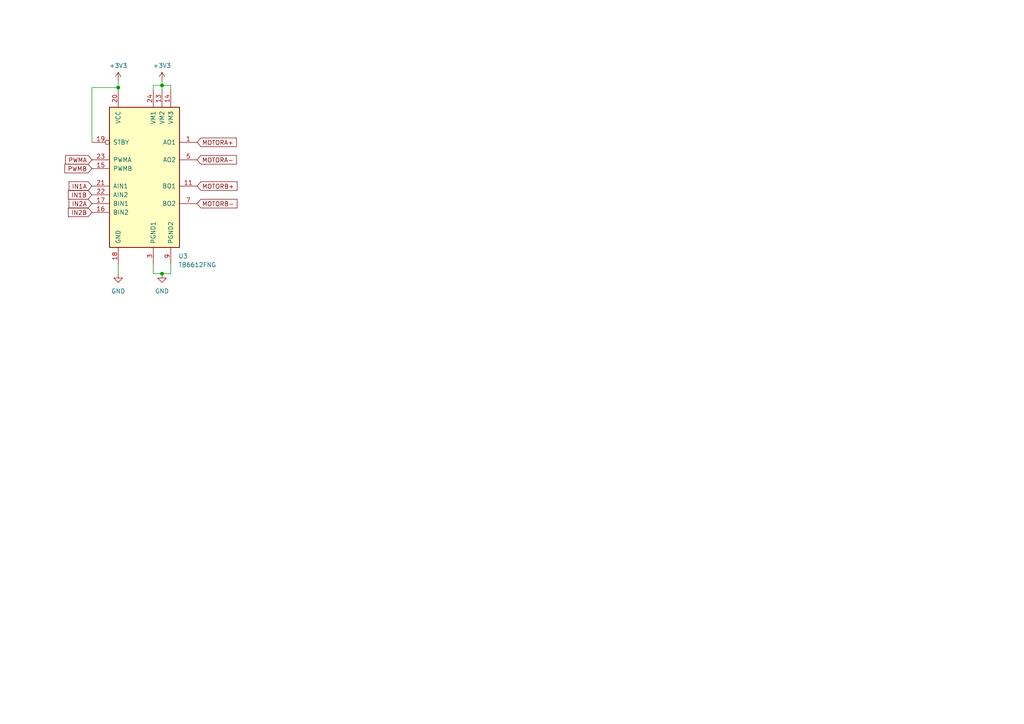
<source format=kicad_sch>
(kicad_sch (version 20231120) (generator "eeschema") (generator_version "8.0")
  (paper "A4")
  (lib_symbols
    (symbol "Driver_Motor:TB6612FNG" (pin_names (offset 1.016))
      (property "Reference" "U" (at 11.43 17.78 0))
      (property "Value" "TB6612FNG" (at 11.43 15.24 0))
      (symbol "TB6612FNG_0_1"
        (rectangle (start -10.16 20.32) (end 10.16 -20.32) (stroke (width 0.254)) (fill (type background)))
      )
      (symbol "TB6612FNG_1_1"
        (pin output line (at 15.24 10.16 180) (length 5.08) (name "AO1") (number "1"))
        (pin passive line (at 7.62 -25.4 90) (length 5.08) hide (name "PGND2") (number "10"))
        (pin output line (at 15.24 -2.54 180) (length 5.08) (name "BO1") (number "11"))
        (pin passive line (at 15.24 -2.54 180) (length 5.08) hide (name "BO1") (number "12"))
        (pin power_in line (at 5.08 25.4 270) (length 5.08) (name "VM2") (number "13"))
        (pin power_in line (at 7.62 25.4 270) (length 5.08) (name "VM3") (number "14"))
        (pin input line (at -15.24 2.54 0) (length 5.08) (name "PWMB") (number "15"))
        (pin input line (at -15.24 -10.16 0) (length 5.08) (name "BIN2") (number "16"))
        (pin input line (at -15.24 -7.62 0) (length 5.08) (name "BIN1") (number "17"))
        (pin power_in line (at -7.62 -25.4 90) (length 5.08) (name "GND") (number "18"))
        (pin input inverted (at -15.24 10.16 0) (length 5.08) (name "STBY") (number "19"))
        (pin passive line (at 15.24 10.16 180) (length 5.08) hide (name "AO1") (number "2"))
        (pin power_in line (at -7.62 25.4 270) (length 5.08) (name "VCC") (number "20"))
        (pin input line (at -15.24 -2.54 0) (length 5.08) (name "AIN1") (number "21"))
        (pin input line (at -15.24 -5.08 0) (length 5.08) (name "AIN2") (number "22"))
        (pin input line (at -15.24 5.08 0) (length 5.08) (name "PWMA") (number "23"))
        (pin power_in line (at 2.54 25.4 270) (length 5.08) (name "VM1") (number "24"))
        (pin power_in line (at 2.54 -25.4 90) (length 5.08) (name "PGND1") (number "3"))
        (pin passive line (at 2.54 -25.4 90) (length 5.08) hide (name "PGND1") (number "4"))
        (pin output line (at 15.24 5.08 180) (length 5.08) (name "AO2") (number "5"))
        (pin passive line (at 15.24 5.08 180) (length 5.08) hide (name "AO2") (number "6"))
        (pin output line (at 15.24 -7.62 180) (length 5.08) (name "BO2") (number "7"))
        (pin passive line (at 15.24 -7.62 180) (length 5.08) hide (name "BO2") (number "8"))
        (pin power_in line (at 7.62 -25.4 90) (length 5.08) (name "PGND2") (number "9"))
      )
    )
    (symbol "power:+3.3V" (power) (pin_names (offset 0))
      (property "Value" "+3.3V" (at 0 3.556 0))
      (symbol "+3.3V_0_1"
        (polyline (pts (xy -0.762 1.27) (xy 0 2.54)))
        (polyline (pts (xy 0 0) (xy 0 2.54)))
        (polyline (pts (xy 0 2.54) (xy 0.762 1.27)))
      )
      (symbol "+3.3V_1_1"
        (pin power_in line (at 0 0 90) (length 0) hide (name "+3V3") (number "1"))
      )
    )
    (symbol "power:GND" (power) (pin_names (offset 0))
      (property "Value" "GND" (at 0 -3.81 0))
      (symbol "GND_0_1"
        (polyline (pts (xy 0 0) (xy 0 -1.27) (xy 1.27 -1.27) (xy 0 -2.54) (xy -1.27 -1.27) (xy 0 -1.27)))
      )
      (symbol "GND_1_1"
        (pin power_in line (at 0 0 270) (length 0) hide (name "GND") (number "1"))
      )
    )
  )
  (junction (at 46.99 24.765))
  (junction (at 46.99 79.375))
  (junction (at 34.29 25.4))
  (wire (pts (xy 46.99 24.765) (xy 46.99 26.035)))
  (wire (pts (xy 46.99 79.375) (xy 44.45 79.375)))
  (wire (pts (xy 49.53 76.835) (xy 49.53 79.375)))
  (wire (pts (xy 44.45 26.035) (xy 44.45 24.765)))
  (wire (pts (xy 44.45 24.765) (xy 46.99 24.765)))
  (wire (pts (xy 49.53 26.035) (xy 49.53 24.765)))
  (wire (pts (xy 34.29 23.495) (xy 34.29 25.4)))
  (wire (pts (xy 34.29 76.835) (xy 34.29 79.375)))
  (wire (pts (xy 49.53 24.765) (xy 46.99 24.765)))
  (wire (pts (xy 26.67 41.275) (xy 26.67 25.4)))
  (wire (pts (xy 49.53 79.375) (xy 46.99 79.375)))
  (wire (pts (xy 34.29 25.4) (xy 34.29 26.035)))
  (wire (pts (xy 46.99 23.495) (xy 46.99 24.765)))
  (wire (pts (xy 26.67 25.4) (xy 34.29 25.4)))
  (wire (pts (xy 44.45 79.375) (xy 44.45 76.835)))
  (global_label "MOTORB+" (shape input) (at 57.15 53.975 0) (property "Intersheetrefs" "${INTERSHEET_REFS}" (effects (hide yes))))
  (global_label "IN1A" (shape input) (at 26.67 53.975 180) (property "Intersheetrefs" "${INTERSHEET_REFS}" (effects (hide yes))))
  (global_label "IN2B" (shape input) (at 26.67 61.595 180) (property "Intersheetrefs" "${INTERSHEET_REFS}" (effects (hide yes))))
  (global_label "MOTORA+" (shape input) (at 57.15 41.275 0) (property "Intersheetrefs" "${INTERSHEET_REFS}" (effects (hide yes))))
  (global_label "PWMA" (shape input) (at 26.67 46.355 180) (property "Intersheetrefs" "${INTERSHEET_REFS}" (effects (hide yes))))
  (global_label "IN2A" (shape input) (at 26.67 59.055 180) (property "Intersheetrefs" "${INTERSHEET_REFS}" (effects (hide yes))))
  (global_label "MOTORB-" (shape input) (at 57.15 59.055 0) (property "Intersheetrefs" "${INTERSHEET_REFS}" (effects (hide yes))))
  (global_label "MOTORA-" (shape input) (at 57.15 46.355 0) (property "Intersheetrefs" "${INTERSHEET_REFS}" (effects (hide yes))))
  (global_label "PWMB" (shape input) (at 26.67 48.895 180) (property "Intersheetrefs" "${INTERSHEET_REFS}" (effects (hide yes))))
  (global_label "IN1B" (shape input) (at 26.67 56.515 180) (property "Intersheetrefs" "${INTERSHEET_REFS}" (effects (hide yes))))
  (symbol (lib_id "power:+3.3V") (at 46.99 23.495 0) (unit 1)
    (property "Reference" "#PWR014" (effects (hide yes)))
    (property "Value" "+3V3" (at 46.99 19.05 0))
  )
  (symbol (lib_id "power:+3.3V") (at 34.29 23.495 0) (unit 1)
    (property "Reference" "#PWR05" (effects (hide yes)))
    (property "Value" "+3V3" (at 34.29 19.05 0))
  )
  (symbol (lib_id "power:GND") (at 34.29 79.375 0) (unit 1)
    (property "Reference" "#PWR015" (effects (hide yes)))
    (property "Value" "GND" (at 34.29 84.455 0))
  )
  (symbol (lib_id "power:GND") (at 46.99 79.375 0) (unit 1)
    (property "Reference" "#PWR017" (effects (hide yes)))
    (property "Value" "GND" (at 46.99 84.455 0))
  )
  (symbol (lib_id "Driver_Motor:TB6612FNG") (at 41.91 51.435 0) (unit 1)
    (property "Reference" "U3" (at 51.7241 74.295 0) (effects (justify left)))
    (property "Value" "TB6612FNG" (at 51.7241 76.835 0) (effects (justify left)))
    (property "Footprint" "Package_SO:SSOP-24_5.3x8.2mm_P0.65mm" (effects (hide yes)))
    (property "Datasheet" "https://toshiba.semicon-storage.com/us/product/linear/motordriver/detail.TB6612FNG.html" (effects (hide yes)))
    (property "Page" "https://www.tme.eu/sk/details/tb6612fng/drivery-motorove-a-pwm/toshiba/tb6612fng-o-c-8-el/" (effects (hide yes)))
  )
)
</source>
